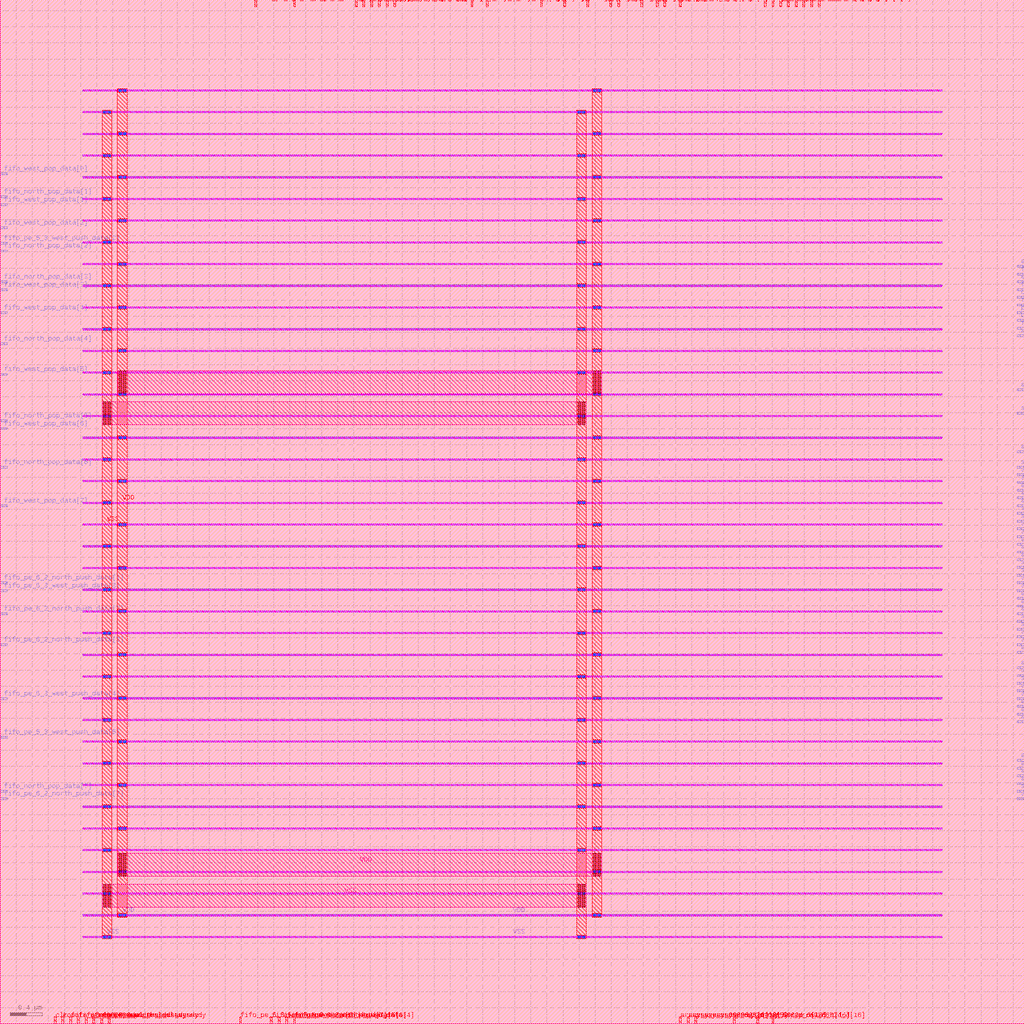
<source format=lef>
VERSION 5.8 ;
BUSBITCHARS "[]" ;
DIVIDERCHAR "/" ;
UNITS
    DATABASE MICRONS 1000 ;
END UNITS

VIA pe_5_2_via1_2_10692_18_1_297_36_36
  VIARULE M2_M1 ;
  CUTSIZE 0.018 0.018 ;
  LAYERS M1 V1 M2 ;
  CUTSPACING 0.018 0.018 ;
  ENCLOSURE 0 0 0.002 0 ;
  ROWCOL 1 297 ;
END pe_5_2_via1_2_10692_18_1_297_36_36

VIA pe_5_2_VIA23_1_3_36_36
    LAYER M2 ;
      RECT  -0.05 -0.009 0.05 0.009 ;
    LAYER M3 ;
      RECT  -0.045 -0.014 0.045 0.014 ;
    LAYER V2 ;
      RECT  0.027 -0.009 0.045 0.009 ;
      RECT  -0.009 -0.009 0.009 0.009 ;
      RECT  -0.045 -0.009 -0.027 0.009 ;
END pe_5_2_VIA23_1_3_36_36

VIA pe_5_2_VIA34_1_2_58_52
    LAYER M3 ;
      RECT  -0.04 -0.017 0.04 0.017 ;
    LAYER M4 ;
      RECT  -0.046 -0.012 0.046 0.012 ;
    LAYER V3 ;
      RECT  0.017 -0.012 0.035 0.012 ;
      RECT  -0.035 -0.012 -0.017 0.012 ;
END pe_5_2_VIA34_1_2_58_52

VIA pe_5_2_VIA45_1_2_58_58
    LAYER M4 ;
      RECT  -0.052 -0.012 0.052 0.012 ;
    LAYER M5 ;
      RECT  -0.06 -0.023 0.06 0.023 ;
    LAYER V4 ;
      RECT  0.017 -0.012 0.041 0.012 ;
      RECT  -0.041 -0.012 -0.017 0.012 ;
END pe_5_2_VIA45_1_2_58_58

VIA pe_5_2_via5_6_120_288_1_2_58_322
  VIARULE M6_M5widePWR1p152 ;
  CUTSIZE 0.024 0.288 ;
  LAYERS M5 V5 M6 ;
  CUTSPACING 0.034 0.034 ;
  ENCLOSURE 0.019 0 0 0 ;
  ROWCOL 1 2 ;
END pe_5_2_via5_6_120_288_1_2_58_322

MACRO pe_5_2
  FOREIGN pe_5_2 0 0 ;
  CLASS BLOCK ;
  SIZE 12.737 BY 12.737 ;
  PIN VDD
    USE POWER ;
    DIRECTION INOUT ;
    PORT
      LAYER M6 ;
        RECT  1.458 7.833 7.482 8.121 ;
        RECT  1.458 1.833 7.482 2.121 ;
      LAYER M5 ;
        RECT  7.362 1.327 7.482 11.633 ;
        RECT  1.458 1.327 1.578 11.633 ;
      LAYER M2 ;
        RECT  1.026 11.601 11.718 11.619 ;
        RECT  1.026 11.061 11.718 11.079 ;
        RECT  1.026 10.521 11.718 10.539 ;
        RECT  1.026 9.981 11.718 9.999 ;
        RECT  1.026 9.441 11.718 9.459 ;
        RECT  1.026 8.901 11.718 8.919 ;
        RECT  1.026 8.361 11.718 8.379 ;
        RECT  1.026 7.821 11.718 7.839 ;
        RECT  1.026 7.281 11.718 7.299 ;
        RECT  1.026 6.741 11.718 6.759 ;
        RECT  1.026 6.201 11.718 6.219 ;
        RECT  1.026 5.661 11.718 5.679 ;
        RECT  1.026 5.121 11.718 5.139 ;
        RECT  1.026 4.581 11.718 4.599 ;
        RECT  1.026 4.041 11.718 4.059 ;
        RECT  1.026 3.501 11.718 3.519 ;
        RECT  1.026 2.961 11.718 2.979 ;
        RECT  1.026 2.421 11.718 2.439 ;
        RECT  1.026 1.881 11.718 1.899 ;
        RECT  1.026 1.341 11.718 1.359 ;
      LAYER M1 ;
        RECT  1.026 11.601 11.718 11.619 ;
        RECT  1.026 11.061 11.718 11.079 ;
        RECT  1.026 10.521 11.718 10.539 ;
        RECT  1.026 9.981 11.718 9.999 ;
        RECT  1.026 9.441 11.718 9.459 ;
        RECT  1.026 8.901 11.718 8.919 ;
        RECT  1.026 8.361 11.718 8.379 ;
        RECT  1.026 7.821 11.718 7.839 ;
        RECT  1.026 7.281 11.718 7.299 ;
        RECT  1.026 6.741 11.718 6.759 ;
        RECT  1.026 6.201 11.718 6.219 ;
        RECT  1.026 5.661 11.718 5.679 ;
        RECT  1.026 5.121 11.718 5.139 ;
        RECT  1.026 4.581 11.718 4.599 ;
        RECT  1.026 4.041 11.718 4.059 ;
        RECT  1.026 3.501 11.718 3.519 ;
        RECT  1.026 2.961 11.718 2.979 ;
        RECT  1.026 2.421 11.718 2.439 ;
        RECT  1.026 1.881 11.718 1.899 ;
        RECT  1.026 1.341 11.718 1.359 ;
      VIA 7.422 7.977 pe_5_2_via5_6_120_288_1_2_58_322 ;
      VIA 7.422 1.977 pe_5_2_via5_6_120_288_1_2_58_322 ;
      VIA 1.518 7.977 pe_5_2_via5_6_120_288_1_2_58_322 ;
      VIA 1.518 1.977 pe_5_2_via5_6_120_288_1_2_58_322 ;
      VIA 7.422 11.61 pe_5_2_VIA45_1_2_58_58 ;
      LAYER M3 ;
        RECT  7.377 11.593 7.467 11.627 ;
      VIA 7.422 11.61 pe_5_2_VIA34_1_2_58_52 ;
      VIA 7.422 11.61 pe_5_2_VIA23_1_3_36_36 ;
      VIA 7.422 11.07 pe_5_2_VIA45_1_2_58_58 ;
      LAYER M3 ;
        RECT  7.377 11.053 7.467 11.087 ;
      VIA 7.422 11.07 pe_5_2_VIA34_1_2_58_52 ;
      VIA 7.422 11.07 pe_5_2_VIA23_1_3_36_36 ;
      VIA 7.422 10.53 pe_5_2_VIA45_1_2_58_58 ;
      LAYER M3 ;
        RECT  7.377 10.513 7.467 10.547 ;
      VIA 7.422 10.53 pe_5_2_VIA34_1_2_58_52 ;
      VIA 7.422 10.53 pe_5_2_VIA23_1_3_36_36 ;
      VIA 7.422 9.99 pe_5_2_VIA45_1_2_58_58 ;
      LAYER M3 ;
        RECT  7.377 9.973 7.467 10.007 ;
      VIA 7.422 9.99 pe_5_2_VIA34_1_2_58_52 ;
      VIA 7.422 9.99 pe_5_2_VIA23_1_3_36_36 ;
      VIA 7.422 9.45 pe_5_2_VIA45_1_2_58_58 ;
      LAYER M3 ;
        RECT  7.377 9.433 7.467 9.467 ;
      VIA 7.422 9.45 pe_5_2_VIA34_1_2_58_52 ;
      VIA 7.422 9.45 pe_5_2_VIA23_1_3_36_36 ;
      VIA 7.422 8.91 pe_5_2_VIA45_1_2_58_58 ;
      LAYER M3 ;
        RECT  7.377 8.893 7.467 8.927 ;
      VIA 7.422 8.91 pe_5_2_VIA34_1_2_58_52 ;
      VIA 7.422 8.91 pe_5_2_VIA23_1_3_36_36 ;
      VIA 7.422 8.37 pe_5_2_VIA45_1_2_58_58 ;
      LAYER M3 ;
        RECT  7.377 8.353 7.467 8.387 ;
      VIA 7.422 8.37 pe_5_2_VIA34_1_2_58_52 ;
      VIA 7.422 8.37 pe_5_2_VIA23_1_3_36_36 ;
      VIA 7.422 7.83 pe_5_2_VIA45_1_2_58_58 ;
      LAYER M3 ;
        RECT  7.377 7.813 7.467 7.847 ;
      VIA 7.422 7.83 pe_5_2_VIA34_1_2_58_52 ;
      VIA 7.422 7.83 pe_5_2_VIA23_1_3_36_36 ;
      VIA 7.422 7.29 pe_5_2_VIA45_1_2_58_58 ;
      LAYER M3 ;
        RECT  7.377 7.273 7.467 7.307 ;
      VIA 7.422 7.29 pe_5_2_VIA34_1_2_58_52 ;
      VIA 7.422 7.29 pe_5_2_VIA23_1_3_36_36 ;
      VIA 7.422 6.75 pe_5_2_VIA45_1_2_58_58 ;
      LAYER M3 ;
        RECT  7.377 6.733 7.467 6.767 ;
      VIA 7.422 6.75 pe_5_2_VIA34_1_2_58_52 ;
      VIA 7.422 6.75 pe_5_2_VIA23_1_3_36_36 ;
      VIA 7.422 6.21 pe_5_2_VIA45_1_2_58_58 ;
      LAYER M3 ;
        RECT  7.377 6.193 7.467 6.227 ;
      VIA 7.422 6.21 pe_5_2_VIA34_1_2_58_52 ;
      VIA 7.422 6.21 pe_5_2_VIA23_1_3_36_36 ;
      VIA 7.422 5.67 pe_5_2_VIA45_1_2_58_58 ;
      LAYER M3 ;
        RECT  7.377 5.653 7.467 5.687 ;
      VIA 7.422 5.67 pe_5_2_VIA34_1_2_58_52 ;
      VIA 7.422 5.67 pe_5_2_VIA23_1_3_36_36 ;
      VIA 7.422 5.13 pe_5_2_VIA45_1_2_58_58 ;
      LAYER M3 ;
        RECT  7.377 5.113 7.467 5.147 ;
      VIA 7.422 5.13 pe_5_2_VIA34_1_2_58_52 ;
      VIA 7.422 5.13 pe_5_2_VIA23_1_3_36_36 ;
      VIA 7.422 4.59 pe_5_2_VIA45_1_2_58_58 ;
      LAYER M3 ;
        RECT  7.377 4.573 7.467 4.607 ;
      VIA 7.422 4.59 pe_5_2_VIA34_1_2_58_52 ;
      VIA 7.422 4.59 pe_5_2_VIA23_1_3_36_36 ;
      VIA 7.422 4.05 pe_5_2_VIA45_1_2_58_58 ;
      LAYER M3 ;
        RECT  7.377 4.033 7.467 4.067 ;
      VIA 7.422 4.05 pe_5_2_VIA34_1_2_58_52 ;
      VIA 7.422 4.05 pe_5_2_VIA23_1_3_36_36 ;
      VIA 7.422 3.51 pe_5_2_VIA45_1_2_58_58 ;
      LAYER M3 ;
        RECT  7.377 3.493 7.467 3.527 ;
      VIA 7.422 3.51 pe_5_2_VIA34_1_2_58_52 ;
      VIA 7.422 3.51 pe_5_2_VIA23_1_3_36_36 ;
      VIA 7.422 2.97 pe_5_2_VIA45_1_2_58_58 ;
      LAYER M3 ;
        RECT  7.377 2.953 7.467 2.987 ;
      VIA 7.422 2.97 pe_5_2_VIA34_1_2_58_52 ;
      VIA 7.422 2.97 pe_5_2_VIA23_1_3_36_36 ;
      VIA 7.422 2.43 pe_5_2_VIA45_1_2_58_58 ;
      LAYER M3 ;
        RECT  7.377 2.413 7.467 2.447 ;
      VIA 7.422 2.43 pe_5_2_VIA34_1_2_58_52 ;
      VIA 7.422 2.43 pe_5_2_VIA23_1_3_36_36 ;
      VIA 7.422 1.89 pe_5_2_VIA45_1_2_58_58 ;
      LAYER M3 ;
        RECT  7.377 1.873 7.467 1.907 ;
      VIA 7.422 1.89 pe_5_2_VIA34_1_2_58_52 ;
      VIA 7.422 1.89 pe_5_2_VIA23_1_3_36_36 ;
      VIA 7.422 1.35 pe_5_2_VIA45_1_2_58_58 ;
      LAYER M3 ;
        RECT  7.377 1.333 7.467 1.367 ;
      VIA 7.422 1.35 pe_5_2_VIA34_1_2_58_52 ;
      VIA 7.422 1.35 pe_5_2_VIA23_1_3_36_36 ;
      VIA 1.518 11.61 pe_5_2_VIA45_1_2_58_58 ;
      LAYER M3 ;
        RECT  1.473 11.593 1.563 11.627 ;
      VIA 1.518 11.61 pe_5_2_VIA34_1_2_58_52 ;
      VIA 1.518 11.61 pe_5_2_VIA23_1_3_36_36 ;
      VIA 1.518 11.07 pe_5_2_VIA45_1_2_58_58 ;
      LAYER M3 ;
        RECT  1.473 11.053 1.563 11.087 ;
      VIA 1.518 11.07 pe_5_2_VIA34_1_2_58_52 ;
      VIA 1.518 11.07 pe_5_2_VIA23_1_3_36_36 ;
      VIA 1.518 10.53 pe_5_2_VIA45_1_2_58_58 ;
      LAYER M3 ;
        RECT  1.473 10.513 1.563 10.547 ;
      VIA 1.518 10.53 pe_5_2_VIA34_1_2_58_52 ;
      VIA 1.518 10.53 pe_5_2_VIA23_1_3_36_36 ;
      VIA 1.518 9.99 pe_5_2_VIA45_1_2_58_58 ;
      LAYER M3 ;
        RECT  1.473 9.973 1.563 10.007 ;
      VIA 1.518 9.99 pe_5_2_VIA34_1_2_58_52 ;
      VIA 1.518 9.99 pe_5_2_VIA23_1_3_36_36 ;
      VIA 1.518 9.45 pe_5_2_VIA45_1_2_58_58 ;
      LAYER M3 ;
        RECT  1.473 9.433 1.563 9.467 ;
      VIA 1.518 9.45 pe_5_2_VIA34_1_2_58_52 ;
      VIA 1.518 9.45 pe_5_2_VIA23_1_3_36_36 ;
      VIA 1.518 8.91 pe_5_2_VIA45_1_2_58_58 ;
      LAYER M3 ;
        RECT  1.473 8.893 1.563 8.927 ;
      VIA 1.518 8.91 pe_5_2_VIA34_1_2_58_52 ;
      VIA 1.518 8.91 pe_5_2_VIA23_1_3_36_36 ;
      VIA 1.518 8.37 pe_5_2_VIA45_1_2_58_58 ;
      LAYER M3 ;
        RECT  1.473 8.353 1.563 8.387 ;
      VIA 1.518 8.37 pe_5_2_VIA34_1_2_58_52 ;
      VIA 1.518 8.37 pe_5_2_VIA23_1_3_36_36 ;
      VIA 1.518 7.83 pe_5_2_VIA45_1_2_58_58 ;
      LAYER M3 ;
        RECT  1.473 7.813 1.563 7.847 ;
      VIA 1.518 7.83 pe_5_2_VIA34_1_2_58_52 ;
      VIA 1.518 7.83 pe_5_2_VIA23_1_3_36_36 ;
      VIA 1.518 7.29 pe_5_2_VIA45_1_2_58_58 ;
      LAYER M3 ;
        RECT  1.473 7.273 1.563 7.307 ;
      VIA 1.518 7.29 pe_5_2_VIA34_1_2_58_52 ;
      VIA 1.518 7.29 pe_5_2_VIA23_1_3_36_36 ;
      VIA 1.518 6.75 pe_5_2_VIA45_1_2_58_58 ;
      LAYER M3 ;
        RECT  1.473 6.733 1.563 6.767 ;
      VIA 1.518 6.75 pe_5_2_VIA34_1_2_58_52 ;
      VIA 1.518 6.75 pe_5_2_VIA23_1_3_36_36 ;
      VIA 1.518 6.21 pe_5_2_VIA45_1_2_58_58 ;
      LAYER M3 ;
        RECT  1.473 6.193 1.563 6.227 ;
      VIA 1.518 6.21 pe_5_2_VIA34_1_2_58_52 ;
      VIA 1.518 6.21 pe_5_2_VIA23_1_3_36_36 ;
      VIA 1.518 5.67 pe_5_2_VIA45_1_2_58_58 ;
      LAYER M3 ;
        RECT  1.473 5.653 1.563 5.687 ;
      VIA 1.518 5.67 pe_5_2_VIA34_1_2_58_52 ;
      VIA 1.518 5.67 pe_5_2_VIA23_1_3_36_36 ;
      VIA 1.518 5.13 pe_5_2_VIA45_1_2_58_58 ;
      LAYER M3 ;
        RECT  1.473 5.113 1.563 5.147 ;
      VIA 1.518 5.13 pe_5_2_VIA34_1_2_58_52 ;
      VIA 1.518 5.13 pe_5_2_VIA23_1_3_36_36 ;
      VIA 1.518 4.59 pe_5_2_VIA45_1_2_58_58 ;
      LAYER M3 ;
        RECT  1.473 4.573 1.563 4.607 ;
      VIA 1.518 4.59 pe_5_2_VIA34_1_2_58_52 ;
      VIA 1.518 4.59 pe_5_2_VIA23_1_3_36_36 ;
      VIA 1.518 4.05 pe_5_2_VIA45_1_2_58_58 ;
      LAYER M3 ;
        RECT  1.473 4.033 1.563 4.067 ;
      VIA 1.518 4.05 pe_5_2_VIA34_1_2_58_52 ;
      VIA 1.518 4.05 pe_5_2_VIA23_1_3_36_36 ;
      VIA 1.518 3.51 pe_5_2_VIA45_1_2_58_58 ;
      LAYER M3 ;
        RECT  1.473 3.493 1.563 3.527 ;
      VIA 1.518 3.51 pe_5_2_VIA34_1_2_58_52 ;
      VIA 1.518 3.51 pe_5_2_VIA23_1_3_36_36 ;
      VIA 1.518 2.97 pe_5_2_VIA45_1_2_58_58 ;
      LAYER M3 ;
        RECT  1.473 2.953 1.563 2.987 ;
      VIA 1.518 2.97 pe_5_2_VIA34_1_2_58_52 ;
      VIA 1.518 2.97 pe_5_2_VIA23_1_3_36_36 ;
      VIA 1.518 2.43 pe_5_2_VIA45_1_2_58_58 ;
      LAYER M3 ;
        RECT  1.473 2.413 1.563 2.447 ;
      VIA 1.518 2.43 pe_5_2_VIA34_1_2_58_52 ;
      VIA 1.518 2.43 pe_5_2_VIA23_1_3_36_36 ;
      VIA 1.518 1.89 pe_5_2_VIA45_1_2_58_58 ;
      LAYER M3 ;
        RECT  1.473 1.873 1.563 1.907 ;
      VIA 1.518 1.89 pe_5_2_VIA34_1_2_58_52 ;
      VIA 1.518 1.89 pe_5_2_VIA23_1_3_36_36 ;
      VIA 1.518 1.35 pe_5_2_VIA45_1_2_58_58 ;
      LAYER M3 ;
        RECT  1.473 1.333 1.563 1.367 ;
      VIA 1.518 1.35 pe_5_2_VIA34_1_2_58_52 ;
      VIA 1.518 1.35 pe_5_2_VIA23_1_3_36_36 ;
      VIA 6.372 11.61 pe_5_2_via1_2_10692_18_1_297_36_36 ;
      VIA 6.372 11.07 pe_5_2_via1_2_10692_18_1_297_36_36 ;
      VIA 6.372 10.53 pe_5_2_via1_2_10692_18_1_297_36_36 ;
      VIA 6.372 9.99 pe_5_2_via1_2_10692_18_1_297_36_36 ;
      VIA 6.372 9.45 pe_5_2_via1_2_10692_18_1_297_36_36 ;
      VIA 6.372 8.91 pe_5_2_via1_2_10692_18_1_297_36_36 ;
      VIA 6.372 8.37 pe_5_2_via1_2_10692_18_1_297_36_36 ;
      VIA 6.372 7.83 pe_5_2_via1_2_10692_18_1_297_36_36 ;
      VIA 6.372 7.29 pe_5_2_via1_2_10692_18_1_297_36_36 ;
      VIA 6.372 6.75 pe_5_2_via1_2_10692_18_1_297_36_36 ;
      VIA 6.372 6.21 pe_5_2_via1_2_10692_18_1_297_36_36 ;
      VIA 6.372 5.67 pe_5_2_via1_2_10692_18_1_297_36_36 ;
      VIA 6.372 5.13 pe_5_2_via1_2_10692_18_1_297_36_36 ;
      VIA 6.372 4.59 pe_5_2_via1_2_10692_18_1_297_36_36 ;
      VIA 6.372 4.05 pe_5_2_via1_2_10692_18_1_297_36_36 ;
      VIA 6.372 3.51 pe_5_2_via1_2_10692_18_1_297_36_36 ;
      VIA 6.372 2.97 pe_5_2_via1_2_10692_18_1_297_36_36 ;
      VIA 6.372 2.43 pe_5_2_via1_2_10692_18_1_297_36_36 ;
      VIA 6.372 1.89 pe_5_2_via1_2_10692_18_1_297_36_36 ;
      VIA 6.372 1.35 pe_5_2_via1_2_10692_18_1_297_36_36 ;
    END
  END VDD
  PIN VSS
    USE GROUND ;
    DIRECTION INOUT ;
    PORT
      LAYER M6 ;
        RECT  1.266 7.449 7.29 7.737 ;
        RECT  1.266 1.449 7.29 1.737 ;
      LAYER M5 ;
        RECT  7.17 1.057 7.29 11.363 ;
        RECT  1.266 1.057 1.386 11.363 ;
      LAYER M2 ;
        RECT  1.026 11.331 11.718 11.349 ;
        RECT  1.026 10.791 11.718 10.809 ;
        RECT  1.026 10.251 11.718 10.269 ;
        RECT  1.026 9.711 11.718 9.729 ;
        RECT  1.026 9.171 11.718 9.189 ;
        RECT  1.026 8.631 11.718 8.649 ;
        RECT  1.026 8.091 11.718 8.109 ;
        RECT  1.026 7.551 11.718 7.569 ;
        RECT  1.026 7.011 11.718 7.029 ;
        RECT  1.026 6.471 11.718 6.489 ;
        RECT  1.026 5.931 11.718 5.949 ;
        RECT  1.026 5.391 11.718 5.409 ;
        RECT  1.026 4.851 11.718 4.869 ;
        RECT  1.026 4.311 11.718 4.329 ;
        RECT  1.026 3.771 11.718 3.789 ;
        RECT  1.026 3.231 11.718 3.249 ;
        RECT  1.026 2.691 11.718 2.709 ;
        RECT  1.026 2.151 11.718 2.169 ;
        RECT  1.026 1.611 11.718 1.629 ;
        RECT  1.026 1.071 11.718 1.089 ;
      LAYER M1 ;
        RECT  1.026 11.331 11.718 11.349 ;
        RECT  1.026 10.791 11.718 10.809 ;
        RECT  1.026 10.251 11.718 10.269 ;
        RECT  1.026 9.711 11.718 9.729 ;
        RECT  1.026 9.171 11.718 9.189 ;
        RECT  1.026 8.631 11.718 8.649 ;
        RECT  1.026 8.091 11.718 8.109 ;
        RECT  1.026 7.551 11.718 7.569 ;
        RECT  1.026 7.011 11.718 7.029 ;
        RECT  1.026 6.471 11.718 6.489 ;
        RECT  1.026 5.931 11.718 5.949 ;
        RECT  1.026 5.391 11.718 5.409 ;
        RECT  1.026 4.851 11.718 4.869 ;
        RECT  1.026 4.311 11.718 4.329 ;
        RECT  1.026 3.771 11.718 3.789 ;
        RECT  1.026 3.231 11.718 3.249 ;
        RECT  1.026 2.691 11.718 2.709 ;
        RECT  1.026 2.151 11.718 2.169 ;
        RECT  1.026 1.611 11.718 1.629 ;
        RECT  1.026 1.071 11.718 1.089 ;
      VIA 7.23 7.593 pe_5_2_via5_6_120_288_1_2_58_322 ;
      VIA 7.23 1.593 pe_5_2_via5_6_120_288_1_2_58_322 ;
      VIA 1.326 7.593 pe_5_2_via5_6_120_288_1_2_58_322 ;
      VIA 1.326 1.593 pe_5_2_via5_6_120_288_1_2_58_322 ;
      VIA 7.23 11.34 pe_5_2_VIA45_1_2_58_58 ;
      LAYER M3 ;
        RECT  7.185 11.323 7.275 11.357 ;
      VIA 7.23 11.34 pe_5_2_VIA34_1_2_58_52 ;
      VIA 7.23 11.34 pe_5_2_VIA23_1_3_36_36 ;
      VIA 7.23 10.8 pe_5_2_VIA45_1_2_58_58 ;
      LAYER M3 ;
        RECT  7.185 10.783 7.275 10.817 ;
      VIA 7.23 10.8 pe_5_2_VIA34_1_2_58_52 ;
      VIA 7.23 10.8 pe_5_2_VIA23_1_3_36_36 ;
      VIA 7.23 10.26 pe_5_2_VIA45_1_2_58_58 ;
      LAYER M3 ;
        RECT  7.185 10.243 7.275 10.277 ;
      VIA 7.23 10.26 pe_5_2_VIA34_1_2_58_52 ;
      VIA 7.23 10.26 pe_5_2_VIA23_1_3_36_36 ;
      VIA 7.23 9.72 pe_5_2_VIA45_1_2_58_58 ;
      LAYER M3 ;
        RECT  7.185 9.703 7.275 9.737 ;
      VIA 7.23 9.72 pe_5_2_VIA34_1_2_58_52 ;
      VIA 7.23 9.72 pe_5_2_VIA23_1_3_36_36 ;
      VIA 7.23 9.18 pe_5_2_VIA45_1_2_58_58 ;
      LAYER M3 ;
        RECT  7.185 9.163 7.275 9.197 ;
      VIA 7.23 9.18 pe_5_2_VIA34_1_2_58_52 ;
      VIA 7.23 9.18 pe_5_2_VIA23_1_3_36_36 ;
      VIA 7.23 8.64 pe_5_2_VIA45_1_2_58_58 ;
      LAYER M3 ;
        RECT  7.185 8.623 7.275 8.657 ;
      VIA 7.23 8.64 pe_5_2_VIA34_1_2_58_52 ;
      VIA 7.23 8.64 pe_5_2_VIA23_1_3_36_36 ;
      VIA 7.23 8.1 pe_5_2_VIA45_1_2_58_58 ;
      LAYER M3 ;
        RECT  7.185 8.083 7.275 8.117 ;
      VIA 7.23 8.1 pe_5_2_VIA34_1_2_58_52 ;
      VIA 7.23 8.1 pe_5_2_VIA23_1_3_36_36 ;
      VIA 7.23 7.56 pe_5_2_VIA45_1_2_58_58 ;
      LAYER M3 ;
        RECT  7.185 7.543 7.275 7.577 ;
      VIA 7.23 7.56 pe_5_2_VIA34_1_2_58_52 ;
      VIA 7.23 7.56 pe_5_2_VIA23_1_3_36_36 ;
      VIA 7.23 7.02 pe_5_2_VIA45_1_2_58_58 ;
      LAYER M3 ;
        RECT  7.185 7.003 7.275 7.037 ;
      VIA 7.23 7.02 pe_5_2_VIA34_1_2_58_52 ;
      VIA 7.23 7.02 pe_5_2_VIA23_1_3_36_36 ;
      VIA 7.23 6.48 pe_5_2_VIA45_1_2_58_58 ;
      LAYER M3 ;
        RECT  7.185 6.463 7.275 6.497 ;
      VIA 7.23 6.48 pe_5_2_VIA34_1_2_58_52 ;
      VIA 7.23 6.48 pe_5_2_VIA23_1_3_36_36 ;
      VIA 7.23 5.94 pe_5_2_VIA45_1_2_58_58 ;
      LAYER M3 ;
        RECT  7.185 5.923 7.275 5.957 ;
      VIA 7.23 5.94 pe_5_2_VIA34_1_2_58_52 ;
      VIA 7.23 5.94 pe_5_2_VIA23_1_3_36_36 ;
      VIA 7.23 5.4 pe_5_2_VIA45_1_2_58_58 ;
      LAYER M3 ;
        RECT  7.185 5.383 7.275 5.417 ;
      VIA 7.23 5.4 pe_5_2_VIA34_1_2_58_52 ;
      VIA 7.23 5.4 pe_5_2_VIA23_1_3_36_36 ;
      VIA 7.23 4.86 pe_5_2_VIA45_1_2_58_58 ;
      LAYER M3 ;
        RECT  7.185 4.843 7.275 4.877 ;
      VIA 7.23 4.86 pe_5_2_VIA34_1_2_58_52 ;
      VIA 7.23 4.86 pe_5_2_VIA23_1_3_36_36 ;
      VIA 7.23 4.32 pe_5_2_VIA45_1_2_58_58 ;
      LAYER M3 ;
        RECT  7.185 4.303 7.275 4.337 ;
      VIA 7.23 4.32 pe_5_2_VIA34_1_2_58_52 ;
      VIA 7.23 4.32 pe_5_2_VIA23_1_3_36_36 ;
      VIA 7.23 3.78 pe_5_2_VIA45_1_2_58_58 ;
      LAYER M3 ;
        RECT  7.185 3.763 7.275 3.797 ;
      VIA 7.23 3.78 pe_5_2_VIA34_1_2_58_52 ;
      VIA 7.23 3.78 pe_5_2_VIA23_1_3_36_36 ;
      VIA 7.23 3.24 pe_5_2_VIA45_1_2_58_58 ;
      LAYER M3 ;
        RECT  7.185 3.223 7.275 3.257 ;
      VIA 7.23 3.24 pe_5_2_VIA34_1_2_58_52 ;
      VIA 7.23 3.24 pe_5_2_VIA23_1_3_36_36 ;
      VIA 7.23 2.7 pe_5_2_VIA45_1_2_58_58 ;
      LAYER M3 ;
        RECT  7.185 2.683 7.275 2.717 ;
      VIA 7.23 2.7 pe_5_2_VIA34_1_2_58_52 ;
      VIA 7.23 2.7 pe_5_2_VIA23_1_3_36_36 ;
      VIA 7.23 2.16 pe_5_2_VIA45_1_2_58_58 ;
      LAYER M3 ;
        RECT  7.185 2.143 7.275 2.177 ;
      VIA 7.23 2.16 pe_5_2_VIA34_1_2_58_52 ;
      VIA 7.23 2.16 pe_5_2_VIA23_1_3_36_36 ;
      VIA 7.23 1.62 pe_5_2_VIA45_1_2_58_58 ;
      LAYER M3 ;
        RECT  7.185 1.603 7.275 1.637 ;
      VIA 7.23 1.62 pe_5_2_VIA34_1_2_58_52 ;
      VIA 7.23 1.62 pe_5_2_VIA23_1_3_36_36 ;
      VIA 7.23 1.08 pe_5_2_VIA45_1_2_58_58 ;
      LAYER M3 ;
        RECT  7.185 1.063 7.275 1.097 ;
      VIA 7.23 1.08 pe_5_2_VIA34_1_2_58_52 ;
      VIA 7.23 1.08 pe_5_2_VIA23_1_3_36_36 ;
      VIA 1.326 11.34 pe_5_2_VIA45_1_2_58_58 ;
      LAYER M3 ;
        RECT  1.281 11.323 1.371 11.357 ;
      VIA 1.326 11.34 pe_5_2_VIA34_1_2_58_52 ;
      VIA 1.326 11.34 pe_5_2_VIA23_1_3_36_36 ;
      VIA 1.326 10.8 pe_5_2_VIA45_1_2_58_58 ;
      LAYER M3 ;
        RECT  1.281 10.783 1.371 10.817 ;
      VIA 1.326 10.8 pe_5_2_VIA34_1_2_58_52 ;
      VIA 1.326 10.8 pe_5_2_VIA23_1_3_36_36 ;
      VIA 1.326 10.26 pe_5_2_VIA45_1_2_58_58 ;
      LAYER M3 ;
        RECT  1.281 10.243 1.371 10.277 ;
      VIA 1.326 10.26 pe_5_2_VIA34_1_2_58_52 ;
      VIA 1.326 10.26 pe_5_2_VIA23_1_3_36_36 ;
      VIA 1.326 9.72 pe_5_2_VIA45_1_2_58_58 ;
      LAYER M3 ;
        RECT  1.281 9.703 1.371 9.737 ;
      VIA 1.326 9.72 pe_5_2_VIA34_1_2_58_52 ;
      VIA 1.326 9.72 pe_5_2_VIA23_1_3_36_36 ;
      VIA 1.326 9.18 pe_5_2_VIA45_1_2_58_58 ;
      LAYER M3 ;
        RECT  1.281 9.163 1.371 9.197 ;
      VIA 1.326 9.18 pe_5_2_VIA34_1_2_58_52 ;
      VIA 1.326 9.18 pe_5_2_VIA23_1_3_36_36 ;
      VIA 1.326 8.64 pe_5_2_VIA45_1_2_58_58 ;
      LAYER M3 ;
        RECT  1.281 8.623 1.371 8.657 ;
      VIA 1.326 8.64 pe_5_2_VIA34_1_2_58_52 ;
      VIA 1.326 8.64 pe_5_2_VIA23_1_3_36_36 ;
      VIA 1.326 8.1 pe_5_2_VIA45_1_2_58_58 ;
      LAYER M3 ;
        RECT  1.281 8.083 1.371 8.117 ;
      VIA 1.326 8.1 pe_5_2_VIA34_1_2_58_52 ;
      VIA 1.326 8.1 pe_5_2_VIA23_1_3_36_36 ;
      VIA 1.326 7.56 pe_5_2_VIA45_1_2_58_58 ;
      LAYER M3 ;
        RECT  1.281 7.543 1.371 7.577 ;
      VIA 1.326 7.56 pe_5_2_VIA34_1_2_58_52 ;
      VIA 1.326 7.56 pe_5_2_VIA23_1_3_36_36 ;
      VIA 1.326 7.02 pe_5_2_VIA45_1_2_58_58 ;
      LAYER M3 ;
        RECT  1.281 7.003 1.371 7.037 ;
      VIA 1.326 7.02 pe_5_2_VIA34_1_2_58_52 ;
      VIA 1.326 7.02 pe_5_2_VIA23_1_3_36_36 ;
      VIA 1.326 6.48 pe_5_2_VIA45_1_2_58_58 ;
      LAYER M3 ;
        RECT  1.281 6.463 1.371 6.497 ;
      VIA 1.326 6.48 pe_5_2_VIA34_1_2_58_52 ;
      VIA 1.326 6.48 pe_5_2_VIA23_1_3_36_36 ;
      VIA 1.326 5.94 pe_5_2_VIA45_1_2_58_58 ;
      LAYER M3 ;
        RECT  1.281 5.923 1.371 5.957 ;
      VIA 1.326 5.94 pe_5_2_VIA34_1_2_58_52 ;
      VIA 1.326 5.94 pe_5_2_VIA23_1_3_36_36 ;
      VIA 1.326 5.4 pe_5_2_VIA45_1_2_58_58 ;
      LAYER M3 ;
        RECT  1.281 5.383 1.371 5.417 ;
      VIA 1.326 5.4 pe_5_2_VIA34_1_2_58_52 ;
      VIA 1.326 5.4 pe_5_2_VIA23_1_3_36_36 ;
      VIA 1.326 4.86 pe_5_2_VIA45_1_2_58_58 ;
      LAYER M3 ;
        RECT  1.281 4.843 1.371 4.877 ;
      VIA 1.326 4.86 pe_5_2_VIA34_1_2_58_52 ;
      VIA 1.326 4.86 pe_5_2_VIA23_1_3_36_36 ;
      VIA 1.326 4.32 pe_5_2_VIA45_1_2_58_58 ;
      LAYER M3 ;
        RECT  1.281 4.303 1.371 4.337 ;
      VIA 1.326 4.32 pe_5_2_VIA34_1_2_58_52 ;
      VIA 1.326 4.32 pe_5_2_VIA23_1_3_36_36 ;
      VIA 1.326 3.78 pe_5_2_VIA45_1_2_58_58 ;
      LAYER M3 ;
        RECT  1.281 3.763 1.371 3.797 ;
      VIA 1.326 3.78 pe_5_2_VIA34_1_2_58_52 ;
      VIA 1.326 3.78 pe_5_2_VIA23_1_3_36_36 ;
      VIA 1.326 3.24 pe_5_2_VIA45_1_2_58_58 ;
      LAYER M3 ;
        RECT  1.281 3.223 1.371 3.257 ;
      VIA 1.326 3.24 pe_5_2_VIA34_1_2_58_52 ;
      VIA 1.326 3.24 pe_5_2_VIA23_1_3_36_36 ;
      VIA 1.326 2.7 pe_5_2_VIA45_1_2_58_58 ;
      LAYER M3 ;
        RECT  1.281 2.683 1.371 2.717 ;
      VIA 1.326 2.7 pe_5_2_VIA34_1_2_58_52 ;
      VIA 1.326 2.7 pe_5_2_VIA23_1_3_36_36 ;
      VIA 1.326 2.16 pe_5_2_VIA45_1_2_58_58 ;
      LAYER M3 ;
        RECT  1.281 2.143 1.371 2.177 ;
      VIA 1.326 2.16 pe_5_2_VIA34_1_2_58_52 ;
      VIA 1.326 2.16 pe_5_2_VIA23_1_3_36_36 ;
      VIA 1.326 1.62 pe_5_2_VIA45_1_2_58_58 ;
      LAYER M3 ;
        RECT  1.281 1.603 1.371 1.637 ;
      VIA 1.326 1.62 pe_5_2_VIA34_1_2_58_52 ;
      VIA 1.326 1.62 pe_5_2_VIA23_1_3_36_36 ;
      VIA 1.326 1.08 pe_5_2_VIA45_1_2_58_58 ;
      LAYER M3 ;
        RECT  1.281 1.063 1.371 1.097 ;
      VIA 1.326 1.08 pe_5_2_VIA34_1_2_58_52 ;
      VIA 1.326 1.08 pe_5_2_VIA23_1_3_36_36 ;
      VIA 6.372 11.34 pe_5_2_via1_2_10692_18_1_297_36_36 ;
      VIA 6.372 10.8 pe_5_2_via1_2_10692_18_1_297_36_36 ;
      VIA 6.372 10.26 pe_5_2_via1_2_10692_18_1_297_36_36 ;
      VIA 6.372 9.72 pe_5_2_via1_2_10692_18_1_297_36_36 ;
      VIA 6.372 9.18 pe_5_2_via1_2_10692_18_1_297_36_36 ;
      VIA 6.372 8.64 pe_5_2_via1_2_10692_18_1_297_36_36 ;
      VIA 6.372 8.1 pe_5_2_via1_2_10692_18_1_297_36_36 ;
      VIA 6.372 7.56 pe_5_2_via1_2_10692_18_1_297_36_36 ;
      VIA 6.372 7.02 pe_5_2_via1_2_10692_18_1_297_36_36 ;
      VIA 6.372 6.48 pe_5_2_via1_2_10692_18_1_297_36_36 ;
      VIA 6.372 5.94 pe_5_2_via1_2_10692_18_1_297_36_36 ;
      VIA 6.372 5.4 pe_5_2_via1_2_10692_18_1_297_36_36 ;
      VIA 6.372 4.86 pe_5_2_via1_2_10692_18_1_297_36_36 ;
      VIA 6.372 4.32 pe_5_2_via1_2_10692_18_1_297_36_36 ;
      VIA 6.372 3.78 pe_5_2_via1_2_10692_18_1_297_36_36 ;
      VIA 6.372 3.24 pe_5_2_via1_2_10692_18_1_297_36_36 ;
      VIA 6.372 2.7 pe_5_2_via1_2_10692_18_1_297_36_36 ;
      VIA 6.372 2.16 pe_5_2_via1_2_10692_18_1_297_36_36 ;
      VIA 6.372 1.62 pe_5_2_via1_2_10692_18_1_297_36_36 ;
      VIA 6.372 1.08 pe_5_2_via1_2_10692_18_1_297_36_36 ;
    END
  END VSS
  PIN array_array_6632d_d[0]
    DIRECTION OUTPUT ;
    USE SIGNAL ;
    PORT
      LAYER M5 ;
        RECT  4.704 12.653 4.728 12.737 ;
    END
  END array_array_6632d_d[0]
  PIN array_array_6632d_d[10]
    DIRECTION OUTPUT ;
    USE SIGNAL ;
    PORT
      LAYER M4 ;
        RECT  12.653 6.816 12.737 6.84 ;
    END
  END array_array_6632d_d[10]
  PIN array_array_6632d_d[11]
    DIRECTION OUTPUT ;
    USE SIGNAL ;
    PORT
      LAYER M4 ;
        RECT  12.653 5.664 12.737 5.688 ;
    END
  END array_array_6632d_d[11]
  PIN array_array_6632d_d[12]
    DIRECTION OUTPUT ;
    USE SIGNAL ;
    PORT
      LAYER M4 ;
        RECT  12.653 4.608 12.737 4.632 ;
    END
  END array_array_6632d_d[12]
  PIN array_array_6632d_d[13]
    DIRECTION OUTPUT ;
    USE SIGNAL ;
    PORT
      LAYER M4 ;
        RECT  12.653 4.416 12.737 4.44 ;
    END
  END array_array_6632d_d[13]
  PIN array_array_6632d_d[14]
    DIRECTION OUTPUT ;
    USE SIGNAL ;
    PORT
      LAYER M4 ;
        RECT  12.653 3.744 12.737 3.768 ;
    END
  END array_array_6632d_d[14]
  PIN array_array_6632d_d[15]
    DIRECTION OUTPUT ;
    USE SIGNAL ;
    PORT
      LAYER M5 ;
        RECT  9.12 0 9.144 0.084 ;
    END
  END array_array_6632d_d[15]
  PIN array_array_6632d_d[16]
    DIRECTION OUTPUT ;
    USE SIGNAL ;
    PORT
      LAYER M5 ;
        RECT  9.6 0 9.624 0.084 ;
    END
  END array_array_6632d_d[16]
  PIN array_array_6632d_d[17]
    DIRECTION OUTPUT ;
    USE SIGNAL ;
    PORT
      LAYER M4 ;
        RECT  12.653 3.072 12.737 3.096 ;
    END
  END array_array_6632d_d[17]
  PIN array_array_6632d_d[18]
    DIRECTION OUTPUT ;
    USE SIGNAL ;
    PORT
      LAYER M4 ;
        RECT  12.653 2.784 12.737 2.808 ;
    END
  END array_array_6632d_d[18]
  PIN array_array_6632d_d[19]
    DIRECTION OUTPUT ;
    USE SIGNAL ;
    PORT
      LAYER M4 ;
        RECT  12.653 2.976 12.737 3 ;
    END
  END array_array_6632d_d[19]
  PIN array_array_6632d_d[1]
    DIRECTION OUTPUT ;
    USE SIGNAL ;
    PORT
      LAYER M5 ;
        RECT  4.896 12.653 4.92 12.737 ;
    END
  END array_array_6632d_d[1]
  PIN array_array_6632d_d[20]
    DIRECTION OUTPUT ;
    USE SIGNAL ;
    PORT
      LAYER M4 ;
        RECT  12.653 4.032 12.737 4.056 ;
    END
  END array_array_6632d_d[20]
  PIN array_array_6632d_d[21]
    DIRECTION OUTPUT ;
    USE SIGNAL ;
    PORT
      LAYER M4 ;
        RECT  12.653 4.32 12.737 4.344 ;
    END
  END array_array_6632d_d[21]
  PIN array_array_6632d_d[22]
    DIRECTION OUTPUT ;
    USE SIGNAL ;
    PORT
      LAYER M4 ;
        RECT  12.653 4.224 12.737 4.248 ;
    END
  END array_array_6632d_d[22]
  PIN array_array_6632d_d[23]
    DIRECTION OUTPUT ;
    USE SIGNAL ;
    PORT
      LAYER M4 ;
        RECT  12.653 4.8 12.737 4.824 ;
    END
  END array_array_6632d_d[23]
  PIN array_array_6632d_d[24]
    DIRECTION OUTPUT ;
    USE SIGNAL ;
    PORT
      LAYER M4 ;
        RECT  12.653 5.184 12.737 5.208 ;
    END
  END array_array_6632d_d[24]
  PIN array_array_6632d_d[25]
    DIRECTION OUTPUT ;
    USE SIGNAL ;
    PORT
      LAYER M4 ;
        RECT  12.653 5.088 12.737 5.112 ;
    END
  END array_array_6632d_d[25]
  PIN array_array_6632d_d[26]
    DIRECTION OUTPUT ;
    USE SIGNAL ;
    PORT
      LAYER M4 ;
        RECT  12.653 6.432 12.737 6.456 ;
    END
  END array_array_6632d_d[26]
  PIN array_array_6632d_d[27]
    DIRECTION OUTPUT ;
    USE SIGNAL ;
    PORT
      LAYER M4 ;
        RECT  12.653 6.144 12.737 6.168 ;
    END
  END array_array_6632d_d[27]
  PIN array_array_6632d_d[28]
    DIRECTION OUTPUT ;
    USE SIGNAL ;
    PORT
      LAYER M4 ;
        RECT  12.653 6.048 12.737 6.072 ;
    END
  END array_array_6632d_d[28]
  PIN array_array_6632d_d[29]
    DIRECTION OUTPUT ;
    USE SIGNAL ;
    PORT
      LAYER M4 ;
        RECT  12.653 5.376 12.737 5.4 ;
    END
  END array_array_6632d_d[29]
  PIN array_array_6632d_d[2]
    DIRECTION OUTPUT ;
    USE SIGNAL ;
    PORT
      LAYER M5 ;
        RECT  6.048 12.653 6.072 12.737 ;
    END
  END array_array_6632d_d[2]
  PIN array_array_6632d_d[30]
    DIRECTION OUTPUT ;
    USE SIGNAL ;
    PORT
      LAYER M4 ;
        RECT  12.653 6.336 12.737 6.36 ;
    END
  END array_array_6632d_d[30]
  PIN array_array_6632d_d[31]
    DIRECTION OUTPUT ;
    USE SIGNAL ;
    PORT
      LAYER M4 ;
        RECT  12.653 6.528 12.737 6.552 ;
    END
  END array_array_6632d_d[31]
  PIN array_array_6632d_d[3]
    DIRECTION OUTPUT ;
    USE SIGNAL ;
    PORT
      LAYER M5 ;
        RECT  7.008 12.653 7.032 12.737 ;
    END
  END array_array_6632d_d[3]
  PIN array_array_6632d_d[4]
    DIRECTION OUTPUT ;
    USE SIGNAL ;
    PORT
      LAYER M5 ;
        RECT  7.584 12.653 7.608 12.737 ;
    END
  END array_array_6632d_d[4]
  PIN array_array_6632d_d[5]
    DIRECTION OUTPUT ;
    USE SIGNAL ;
    PORT
      LAYER M5 ;
        RECT  8.16 12.653 8.184 12.737 ;
    END
  END array_array_6632d_d[5]
  PIN array_array_6632d_d[6]
    DIRECTION OUTPUT ;
    USE SIGNAL ;
    PORT
      LAYER M5 ;
        RECT  8.448 12.653 8.472 12.737 ;
    END
  END array_array_6632d_d[6]
  PIN array_array_6632d_d[7]
    DIRECTION OUTPUT ;
    USE SIGNAL ;
    PORT
      LAYER M4 ;
        RECT  12.653 8.544 12.737 8.568 ;
    END
  END array_array_6632d_d[7]
  PIN array_array_6632d_d[8]
    DIRECTION OUTPUT ;
    USE SIGNAL ;
    PORT
      LAYER M4 ;
        RECT  12.653 7.872 12.737 7.896 ;
    END
  END array_array_6632d_d[8]
  PIN array_array_6632d_d[9]
    DIRECTION OUTPUT ;
    USE SIGNAL ;
    PORT
      LAYER M4 ;
        RECT  12.653 7.104 12.737 7.128 ;
    END
  END array_array_6632d_d[9]
  PIN array_array_6632d_q[0]
    DIRECTION INPUT ;
    USE SIGNAL ;
    PORT
      LAYER M5 ;
        RECT  4.512 12.653 4.536 12.737 ;
    END
  END array_array_6632d_q[0]
  PIN array_array_6632d_q[10]
    DIRECTION INPUT ;
    USE SIGNAL ;
    PORT
      LAYER M4 ;
        RECT  12.653 6.72 12.737 6.744 ;
    END
  END array_array_6632d_q[10]
  PIN array_array_6632d_q[11]
    DIRECTION INPUT ;
    USE SIGNAL ;
    PORT
      LAYER M4 ;
        RECT  12.653 5.472 12.737 5.496 ;
    END
  END array_array_6632d_q[11]
  PIN array_array_6632d_q[12]
    DIRECTION INPUT ;
    USE SIGNAL ;
    PORT
      LAYER M4 ;
        RECT  12.653 4.704 12.737 4.728 ;
    END
  END array_array_6632d_q[12]
  PIN array_array_6632d_q[13]
    DIRECTION INPUT ;
    USE SIGNAL ;
    PORT
      LAYER M5 ;
        RECT  8.544 0 8.568 0.084 ;
    END
  END array_array_6632d_q[13]
  PIN array_array_6632d_q[14]
    DIRECTION INPUT ;
    USE SIGNAL ;
    PORT
      LAYER M5 ;
        RECT  8.448 0 8.472 0.084 ;
    END
  END array_array_6632d_q[14]
  PIN array_array_6632d_q[15]
    DIRECTION INPUT ;
    USE SIGNAL ;
    PORT
      LAYER M5 ;
        RECT  8.64 0 8.664 0.084 ;
    END
  END array_array_6632d_q[15]
  PIN array_array_6632d_q[16]
    DIRECTION INPUT ;
    USE SIGNAL ;
    PORT
      LAYER M5 ;
        RECT  9.408 0 9.432 0.084 ;
    END
  END array_array_6632d_q[16]
  PIN array_array_6632d_q[17]
    DIRECTION INPUT ;
    USE SIGNAL ;
    PORT
      LAYER M4 ;
        RECT  12.653 3.264 12.737 3.288 ;
    END
  END array_array_6632d_q[17]
  PIN array_array_6632d_q[18]
    DIRECTION INPUT ;
    USE SIGNAL ;
    PORT
      LAYER M4 ;
        RECT  12.653 3.168 12.737 3.192 ;
    END
  END array_array_6632d_q[18]
  PIN array_array_6632d_q[19]
    DIRECTION INPUT ;
    USE SIGNAL ;
    PORT
      LAYER M4 ;
        RECT  12.653 2.88 12.737 2.904 ;
    END
  END array_array_6632d_q[19]
  PIN array_array_6632d_q[1]
    DIRECTION INPUT ;
    USE SIGNAL ;
    PORT
      LAYER M5 ;
        RECT  4.8 12.653 4.824 12.737 ;
    END
  END array_array_6632d_q[1]
  PIN array_array_6632d_q[20]
    DIRECTION INPUT ;
    USE SIGNAL ;
    PORT
      LAYER M4 ;
        RECT  12.653 3.84 12.737 3.864 ;
    END
  END array_array_6632d_q[20]
  PIN array_array_6632d_q[21]
    DIRECTION INPUT ;
    USE SIGNAL ;
    PORT
      LAYER M4 ;
        RECT  12.653 3.936 12.737 3.96 ;
    END
  END array_array_6632d_q[21]
  PIN array_array_6632d_q[22]
    DIRECTION INPUT ;
    USE SIGNAL ;
    PORT
      LAYER M4 ;
        RECT  12.653 4.128 12.737 4.152 ;
    END
  END array_array_6632d_q[22]
  PIN array_array_6632d_q[23]
    DIRECTION INPUT ;
    USE SIGNAL ;
    PORT
      LAYER M4 ;
        RECT  12.653 4.992 12.737 5.016 ;
    END
  END array_array_6632d_q[23]
  PIN array_array_6632d_q[24]
    DIRECTION INPUT ;
    USE SIGNAL ;
    PORT
      LAYER M4 ;
        RECT  12.653 5.28 12.737 5.304 ;
    END
  END array_array_6632d_q[24]
  PIN array_array_6632d_q[25]
    DIRECTION INPUT ;
    USE SIGNAL ;
    PORT
      LAYER M4 ;
        RECT  12.653 4.896 12.737 4.92 ;
    END
  END array_array_6632d_q[25]
  PIN array_array_6632d_q[26]
    DIRECTION INPUT ;
    USE SIGNAL ;
    PORT
      LAYER M4 ;
        RECT  12.653 5.568 12.737 5.592 ;
    END
  END array_array_6632d_q[26]
  PIN array_array_6632d_q[27]
    DIRECTION INPUT ;
    USE SIGNAL ;
    PORT
      LAYER M4 ;
        RECT  12.653 5.952 12.737 5.976 ;
    END
  END array_array_6632d_q[27]
  PIN array_array_6632d_q[28]
    DIRECTION INPUT ;
    USE SIGNAL ;
    PORT
      LAYER M4 ;
        RECT  12.653 5.856 12.737 5.88 ;
    END
  END array_array_6632d_q[28]
  PIN array_array_6632d_q[29]
    DIRECTION INPUT ;
    USE SIGNAL ;
    PORT
      LAYER M4 ;
        RECT  12.653 5.76 12.737 5.784 ;
    END
  END array_array_6632d_q[29]
  PIN array_array_6632d_q[2]
    DIRECTION INPUT ;
    USE SIGNAL ;
    PORT
      LAYER M5 ;
        RECT  5.856 12.653 5.88 12.737 ;
    END
  END array_array_6632d_q[2]
  PIN array_array_6632d_q[30]
    DIRECTION INPUT ;
    USE SIGNAL ;
    PORT
      LAYER M4 ;
        RECT  12.653 6.24 12.737 6.264 ;
    END
  END array_array_6632d_q[30]
  PIN array_array_6632d_q[31]
    DIRECTION INPUT ;
    USE SIGNAL ;
    PORT
      LAYER M4 ;
        RECT  12.653 6.624 12.737 6.648 ;
    END
  END array_array_6632d_q[31]
  PIN array_array_6632d_q[3]
    DIRECTION INPUT ;
    USE SIGNAL ;
    PORT
      LAYER M5 ;
        RECT  6.72 12.653 6.744 12.737 ;
    END
  END array_array_6632d_q[3]
  PIN array_array_6632d_q[4]
    DIRECTION INPUT ;
    USE SIGNAL ;
    PORT
      LAYER M5 ;
        RECT  7.296 12.653 7.32 12.737 ;
    END
  END array_array_6632d_q[4]
  PIN array_array_6632d_q[5]
    DIRECTION INPUT ;
    USE SIGNAL ;
    PORT
      LAYER M5 ;
        RECT  7.68 12.653 7.704 12.737 ;
    END
  END array_array_6632d_q[5]
  PIN array_array_6632d_q[6]
    DIRECTION INPUT ;
    USE SIGNAL ;
    PORT
      LAYER M5 ;
        RECT  7.968 12.653 7.992 12.737 ;
    END
  END array_array_6632d_q[6]
  PIN array_array_6632d_q[7]
    DIRECTION INPUT ;
    USE SIGNAL ;
    PORT
      LAYER M5 ;
        RECT  8.256 12.653 8.28 12.737 ;
    END
  END array_array_6632d_q[7]
  PIN array_array_6632d_q[8]
    DIRECTION INPUT ;
    USE SIGNAL ;
    PORT
      LAYER M4 ;
        RECT  12.653 7.584 12.737 7.608 ;
    END
  END array_array_6632d_q[8]
  PIN array_array_6632d_q[9]
    DIRECTION INPUT ;
    USE SIGNAL ;
    PORT
      LAYER M4 ;
        RECT  12.653 6.912 12.737 6.936 ;
    END
  END array_array_6632d_q[9]
  PIN array_array_6632d_w
    DIRECTION OUTPUT ;
    USE SIGNAL ;
    PORT
      LAYER M4 ;
        RECT  12.653 9.408 12.737 9.432 ;
    END
  END array_array_6632d_w
  PIN array_array_6632d_widx
    DIRECTION OUTPUT ;
    USE SIGNAL ;
    PORT
      LAYER M5 ;
        RECT  9.504 12.653 9.528 12.737 ;
    END
  END array_array_6632d_widx
  PIN clk
    DIRECTION INPUT ;
    USE SIGNAL ;
    PORT
      LAYER M5 ;
        RECT  0.672 0 0.696 0.084 ;
    END
  END clk
  PIN counter_delta_ready
    DIRECTION INPUT ;
    USE SIGNAL ;
    PORT
      LAYER M5 ;
        RECT  0.768 0 0.792 0.084 ;
    END
  END counter_delta_ready
  PIN counter_pop_ready
    DIRECTION OUTPUT ;
    USE SIGNAL ;
    PORT
      LAYER M4 ;
        RECT  12.653 8.736 12.737 8.76 ;
    END
  END counter_pop_ready
  PIN counter_pop_valid
    DIRECTION INPUT ;
    USE SIGNAL ;
    PORT
      LAYER M4 ;
        RECT  12.653 9.024 12.737 9.048 ;
    END
  END counter_pop_valid
  PIN expose_executed
    DIRECTION OUTPUT ;
    USE SIGNAL ;
    PORT
      LAYER M4 ;
        RECT  12.653 9.216 12.737 9.24 ;
    END
  END expose_executed
  PIN fifo_north_pop_data[0]
    DIRECTION INPUT ;
    USE SIGNAL ;
    PORT
      LAYER M5 ;
        RECT  4.416 12.653 4.44 12.737 ;
    END
  END fifo_north_pop_data[0]
  PIN fifo_north_pop_data[1]
    DIRECTION INPUT ;
    USE SIGNAL ;
    PORT
      LAYER M4 ;
        RECT  0 10.272 0.084 10.296 ;
    END
  END fifo_north_pop_data[1]
  PIN fifo_north_pop_data[2]
    DIRECTION INPUT ;
    USE SIGNAL ;
    PORT
      LAYER M4 ;
        RECT  0 9.6 0.084 9.624 ;
    END
  END fifo_north_pop_data[2]
  PIN fifo_north_pop_data[3]
    DIRECTION INPUT ;
    USE SIGNAL ;
    PORT
      LAYER M4 ;
        RECT  0 9.216 0.084 9.24 ;
    END
  END fifo_north_pop_data[3]
  PIN fifo_north_pop_data[4]
    DIRECTION INPUT ;
    USE SIGNAL ;
    PORT
      LAYER M4 ;
        RECT  0 8.448 0.084 8.472 ;
    END
  END fifo_north_pop_data[4]
  PIN fifo_north_pop_data[5]
    DIRECTION INPUT ;
    USE SIGNAL ;
    PORT
      LAYER M4 ;
        RECT  0 7.488 0.084 7.512 ;
    END
  END fifo_north_pop_data[5]
  PIN fifo_north_pop_data[6]
    DIRECTION INPUT ;
    USE SIGNAL ;
    PORT
      LAYER M4 ;
        RECT  0 6.912 0.084 6.936 ;
    END
  END fifo_north_pop_data[6]
  PIN fifo_north_pop_data[7]
    DIRECTION INPUT ;
    USE SIGNAL ;
    PORT
      LAYER M4 ;
        RECT  0 2.88 0.084 2.904 ;
    END
  END fifo_north_pop_data[7]
  PIN fifo_north_pop_ready
    DIRECTION OUTPUT ;
    USE SIGNAL ;
    PORT
      LAYER M4 ;
        RECT  12.653 8.928 12.737 8.952 ;
    END
  END fifo_north_pop_ready
  PIN fifo_north_pop_valid
    DIRECTION INPUT ;
    USE SIGNAL ;
    PORT
      LAYER M5 ;
        RECT  0.864 0 0.888 0.084 ;
    END
  END fifo_north_pop_valid
  PIN fifo_pe_5_3_west_push_data[0]
    DIRECTION OUTPUT ;
    USE SIGNAL ;
    PORT
      LAYER M5 ;
        RECT  3.648 12.653 3.672 12.737 ;
    END
  END fifo_pe_5_3_west_push_data[0]
  PIN fifo_pe_5_3_west_push_data[1]
    DIRECTION OUTPUT ;
    USE SIGNAL ;
    PORT
      LAYER M5 ;
        RECT  3.168 12.653 3.192 12.737 ;
    END
  END fifo_pe_5_3_west_push_data[1]
  PIN fifo_pe_5_3_west_push_data[2]
    DIRECTION OUTPUT ;
    USE SIGNAL ;
    PORT
      LAYER M4 ;
        RECT  0 9.696 0.084 9.72 ;
    END
  END fifo_pe_5_3_west_push_data[2]
  PIN fifo_pe_5_3_west_push_data[3]
    DIRECTION OUTPUT ;
    USE SIGNAL ;
    PORT
      LAYER M4 ;
        RECT  0 5.376 0.084 5.4 ;
    END
  END fifo_pe_5_3_west_push_data[3]
  PIN fifo_pe_5_3_west_push_data[4]
    DIRECTION OUTPUT ;
    USE SIGNAL ;
    PORT
      LAYER M4 ;
        RECT  0 4.032 0.084 4.056 ;
    END
  END fifo_pe_5_3_west_push_data[4]
  PIN fifo_pe_5_3_west_push_data[5]
    DIRECTION OUTPUT ;
    USE SIGNAL ;
    PORT
      LAYER M4 ;
        RECT  0 3.552 0.084 3.576 ;
    END
  END fifo_pe_5_3_west_push_data[5]
  PIN fifo_pe_5_3_west_push_data[6]
    DIRECTION OUTPUT ;
    USE SIGNAL ;
    PORT
      LAYER M5 ;
        RECT  2.976 0 3 0.084 ;
    END
  END fifo_pe_5_3_west_push_data[6]
  PIN fifo_pe_5_3_west_push_data[7]
    DIRECTION OUTPUT ;
    USE SIGNAL ;
    PORT
      LAYER M5 ;
        RECT  3.36 0 3.384 0.084 ;
    END
  END fifo_pe_5_3_west_push_data[7]
  PIN fifo_pe_5_3_west_push_ready
    DIRECTION INPUT ;
    USE SIGNAL ;
    PORT
      LAYER M5 ;
        RECT  0.96 0 0.984 0.084 ;
    END
  END fifo_pe_5_3_west_push_ready
  PIN fifo_pe_5_3_west_push_valid
    DIRECTION OUTPUT ;
    USE SIGNAL ;
    PORT
      LAYER M4 ;
        RECT  12.653 9.12 12.737 9.144 ;
    END
  END fifo_pe_5_3_west_push_valid
  PIN fifo_pe_6_2_north_push_data[0]
    DIRECTION OUTPUT ;
    USE SIGNAL ;
    PORT
      LAYER M5 ;
        RECT  4.608 12.653 4.632 12.737 ;
    END
  END fifo_pe_6_2_north_push_data[0]
  PIN fifo_pe_6_2_north_push_data[1]
    DIRECTION OUTPUT ;
    USE SIGNAL ;
    PORT
      LAYER M4 ;
        RECT  0 5.472 0.084 5.496 ;
    END
  END fifo_pe_6_2_north_push_data[1]
  PIN fifo_pe_6_2_north_push_data[2]
    DIRECTION OUTPUT ;
    USE SIGNAL ;
    PORT
      LAYER M4 ;
        RECT  0 5.088 0.084 5.112 ;
    END
  END fifo_pe_6_2_north_push_data[2]
  PIN fifo_pe_6_2_north_push_data[3]
    DIRECTION OUTPUT ;
    USE SIGNAL ;
    PORT
      LAYER M4 ;
        RECT  0 4.704 0.084 4.728 ;
    END
  END fifo_pe_6_2_north_push_data[3]
  PIN fifo_pe_6_2_north_push_data[4]
    DIRECTION OUTPUT ;
    USE SIGNAL ;
    PORT
      LAYER M5 ;
        RECT  3.648 0 3.672 0.084 ;
    END
  END fifo_pe_6_2_north_push_data[4]
  PIN fifo_pe_6_2_north_push_data[5]
    DIRECTION OUTPUT ;
    USE SIGNAL ;
    PORT
      LAYER M5 ;
        RECT  3.456 0 3.48 0.084 ;
    END
  END fifo_pe_6_2_north_push_data[5]
  PIN fifo_pe_6_2_north_push_data[6]
    DIRECTION OUTPUT ;
    USE SIGNAL ;
    PORT
      LAYER M5 ;
        RECT  3.552 0 3.576 0.084 ;
    END
  END fifo_pe_6_2_north_push_data[6]
  PIN fifo_pe_6_2_north_push_data[7]
    DIRECTION OUTPUT ;
    USE SIGNAL ;
    PORT
      LAYER M4 ;
        RECT  0 2.784 0.084 2.808 ;
    END
  END fifo_pe_6_2_north_push_data[7]
  PIN fifo_pe_6_2_north_push_ready
    DIRECTION INPUT ;
    USE SIGNAL ;
    PORT
      LAYER M5 ;
        RECT  1.056 0 1.08 0.084 ;
    END
  END fifo_pe_6_2_north_push_ready
  PIN fifo_pe_6_2_north_push_valid
    DIRECTION OUTPUT ;
    USE SIGNAL ;
    PORT
      LAYER M4 ;
        RECT  12.653 8.64 12.737 8.664 ;
    END
  END fifo_pe_6_2_north_push_valid
  PIN fifo_west_pop_data[0]
    DIRECTION INPUT ;
    USE SIGNAL ;
    PORT
      LAYER M4 ;
        RECT  0 10.56 0.084 10.584 ;
    END
  END fifo_west_pop_data[0]
  PIN fifo_west_pop_data[1]
    DIRECTION INPUT ;
    USE SIGNAL ;
    PORT
      LAYER M4 ;
        RECT  0 10.176 0.084 10.2 ;
    END
  END fifo_west_pop_data[1]
  PIN fifo_west_pop_data[2]
    DIRECTION INPUT ;
    USE SIGNAL ;
    PORT
      LAYER M4 ;
        RECT  0 9.888 0.084 9.912 ;
    END
  END fifo_west_pop_data[2]
  PIN fifo_west_pop_data[3]
    DIRECTION INPUT ;
    USE SIGNAL ;
    PORT
      LAYER M4 ;
        RECT  0 9.12 0.084 9.144 ;
    END
  END fifo_west_pop_data[3]
  PIN fifo_west_pop_data[4]
    DIRECTION INPUT ;
    USE SIGNAL ;
    PORT
      LAYER M4 ;
        RECT  0 8.832 0.084 8.856 ;
    END
  END fifo_west_pop_data[4]
  PIN fifo_west_pop_data[5]
    DIRECTION INPUT ;
    USE SIGNAL ;
    PORT
      LAYER M4 ;
        RECT  0 8.064 0.084 8.088 ;
    END
  END fifo_west_pop_data[5]
  PIN fifo_west_pop_data[6]
    DIRECTION INPUT ;
    USE SIGNAL ;
    PORT
      LAYER M4 ;
        RECT  0 7.392 0.084 7.416 ;
    END
  END fifo_west_pop_data[6]
  PIN fifo_west_pop_data[7]
    DIRECTION INPUT ;
    USE SIGNAL ;
    PORT
      LAYER M4 ;
        RECT  0 6.432 0.084 6.456 ;
    END
  END fifo_west_pop_data[7]
  PIN fifo_west_pop_ready
    DIRECTION OUTPUT ;
    USE SIGNAL ;
    PORT
      LAYER M4 ;
        RECT  12.653 9.312 12.737 9.336 ;
    END
  END fifo_west_pop_ready
  PIN fifo_west_pop_valid
    DIRECTION INPUT ;
    USE SIGNAL ;
    PORT
      LAYER M5 ;
        RECT  1.152 0 1.176 0.084 ;
    END
  END fifo_west_pop_valid
  PIN pe_5_3_counter_delta[0]
    DIRECTION OUTPUT ;
    USE SIGNAL ;
    PORT
      LAYER M4 ;
        RECT  12.653 8.832 12.737 8.856 ;
    END
  END pe_5_3_counter_delta[0]
  PIN pe_5_3_counter_delta[1]
    DIRECTION OUTPUT ;
    USE SIGNAL ;
    PORT
      LAYER M5 ;
        RECT  10.176 12.653 10.2 12.737 ;
    END
  END pe_5_3_counter_delta[1]
  PIN pe_5_3_counter_delta[2]
    DIRECTION OUTPUT ;
    USE SIGNAL ;
    PORT
      LAYER M5 ;
        RECT  9.792 12.653 9.816 12.737 ;
    END
  END pe_5_3_counter_delta[2]
  PIN pe_5_3_counter_delta[3]
    DIRECTION OUTPUT ;
    USE SIGNAL ;
    PORT
      LAYER M5 ;
        RECT  9.888 12.653 9.912 12.737 ;
    END
  END pe_5_3_counter_delta[3]
  PIN pe_5_3_counter_delta[4]
    DIRECTION OUTPUT ;
    USE SIGNAL ;
    PORT
      LAYER M5 ;
        RECT  9.6 12.653 9.624 12.737 ;
    END
  END pe_5_3_counter_delta[4]
  PIN pe_5_3_counter_delta[5]
    DIRECTION OUTPUT ;
    USE SIGNAL ;
    PORT
      LAYER M5 ;
        RECT  9.696 12.653 9.72 12.737 ;
    END
  END pe_5_3_counter_delta[5]
  PIN pe_5_3_counter_delta[6]
    DIRECTION OUTPUT ;
    USE SIGNAL ;
    PORT
      LAYER M5 ;
        RECT  9.984 12.653 10.008 12.737 ;
    END
  END pe_5_3_counter_delta[6]
  PIN pe_5_3_counter_delta[7]
    DIRECTION OUTPUT ;
    USE SIGNAL ;
    PORT
      LAYER M5 ;
        RECT  10.08 12.653 10.104 12.737 ;
    END
  END pe_5_3_counter_delta[7]
  PIN pe_5_3_counter_delta_ready
    DIRECTION INPUT ;
    USE SIGNAL ;
    PORT
      LAYER M5 ;
        RECT  1.248 0 1.272 0.084 ;
    END
  END pe_5_3_counter_delta_ready
  PIN rst_n
    DIRECTION INPUT ;
    USE SIGNAL ;
    PORT
      LAYER M5 ;
        RECT  1.344 0 1.368 0.084 ;
    END
  END rst_n
  OBS
    LAYER M1 ;
     RECT  0 0 12.737 12.737 ;
    LAYER M2 ;
     RECT  0 0 12.737 12.737 ;
    LAYER M3 ;
     RECT  0 0 12.737 12.737 ;
    LAYER M4 ;
     RECT  0 0 12.737 12.737 ;
    LAYER M5 ;
     RECT  0 0 12.737 12.737 ;
    LAYER M6 ;
     RECT  0 0 12.737 12.737 ;
  END
END pe_5_2
END LIBRARY

</source>
